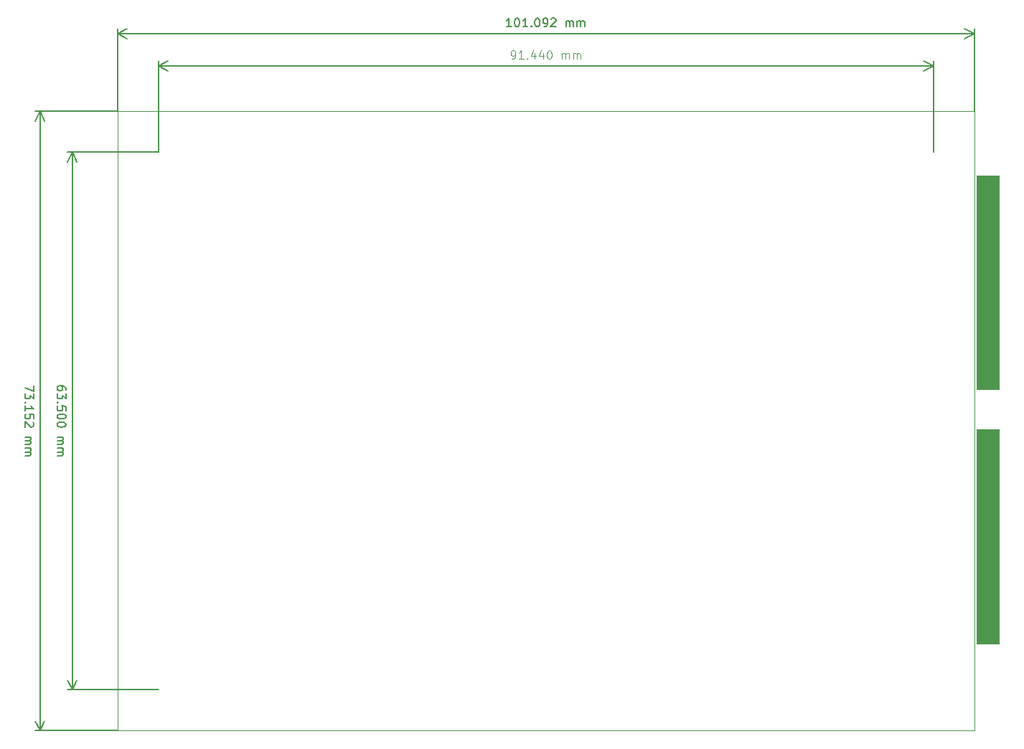
<source format=gbr>
G04 #@! TF.GenerationSoftware,KiCad,Pcbnew,5.1.2+dfsg1-1*
G04 #@! TF.CreationDate,2019-07-22T14:37:20+02:00*
G04 #@! TF.ProjectId,art_controller_3200,6172745f-636f-46e7-9472-6f6c6c65725f,A*
G04 #@! TF.SameCoordinates,Original*
G04 #@! TF.FileFunction,Drawing*
%FSLAX46Y46*%
G04 Gerber Fmt 4.6, Leading zero omitted, Abs format (unit mm)*
G04 Created by KiCad (PCBNEW 5.1.2+dfsg1-1) date 2019-07-22 14:37:20*
%MOMM*%
%LPD*%
G04 APERTURE LIST*
%ADD10C,0.150000*%
%ADD11C,0.050000*%
%ADD12C,0.100000*%
G04 APERTURE END LIST*
D10*
X140732380Y-53762380D02*
X140160952Y-53762380D01*
X140446666Y-53762380D02*
X140446666Y-52762380D01*
X140351428Y-52905238D01*
X140256190Y-53000476D01*
X140160952Y-53048095D01*
X141351428Y-52762380D02*
X141446666Y-52762380D01*
X141541904Y-52810000D01*
X141589523Y-52857619D01*
X141637142Y-52952857D01*
X141684761Y-53143333D01*
X141684761Y-53381428D01*
X141637142Y-53571904D01*
X141589523Y-53667142D01*
X141541904Y-53714761D01*
X141446666Y-53762380D01*
X141351428Y-53762380D01*
X141256190Y-53714761D01*
X141208571Y-53667142D01*
X141160952Y-53571904D01*
X141113333Y-53381428D01*
X141113333Y-53143333D01*
X141160952Y-52952857D01*
X141208571Y-52857619D01*
X141256190Y-52810000D01*
X141351428Y-52762380D01*
X142637142Y-53762380D02*
X142065714Y-53762380D01*
X142351428Y-53762380D02*
X142351428Y-52762380D01*
X142256190Y-52905238D01*
X142160952Y-53000476D01*
X142065714Y-53048095D01*
X143065714Y-53667142D02*
X143113333Y-53714761D01*
X143065714Y-53762380D01*
X143018095Y-53714761D01*
X143065714Y-53667142D01*
X143065714Y-53762380D01*
X143732380Y-52762380D02*
X143827619Y-52762380D01*
X143922857Y-52810000D01*
X143970476Y-52857619D01*
X144018095Y-52952857D01*
X144065714Y-53143333D01*
X144065714Y-53381428D01*
X144018095Y-53571904D01*
X143970476Y-53667142D01*
X143922857Y-53714761D01*
X143827619Y-53762380D01*
X143732380Y-53762380D01*
X143637142Y-53714761D01*
X143589523Y-53667142D01*
X143541904Y-53571904D01*
X143494285Y-53381428D01*
X143494285Y-53143333D01*
X143541904Y-52952857D01*
X143589523Y-52857619D01*
X143637142Y-52810000D01*
X143732380Y-52762380D01*
X144541904Y-53762380D02*
X144732380Y-53762380D01*
X144827619Y-53714761D01*
X144875238Y-53667142D01*
X144970476Y-53524285D01*
X145018095Y-53333809D01*
X145018095Y-52952857D01*
X144970476Y-52857619D01*
X144922857Y-52810000D01*
X144827619Y-52762380D01*
X144637142Y-52762380D01*
X144541904Y-52810000D01*
X144494285Y-52857619D01*
X144446666Y-52952857D01*
X144446666Y-53190952D01*
X144494285Y-53286190D01*
X144541904Y-53333809D01*
X144637142Y-53381428D01*
X144827619Y-53381428D01*
X144922857Y-53333809D01*
X144970476Y-53286190D01*
X145018095Y-53190952D01*
X145399047Y-52857619D02*
X145446666Y-52810000D01*
X145541904Y-52762380D01*
X145780000Y-52762380D01*
X145875238Y-52810000D01*
X145922857Y-52857619D01*
X145970476Y-52952857D01*
X145970476Y-53048095D01*
X145922857Y-53190952D01*
X145351428Y-53762380D01*
X145970476Y-53762380D01*
X147160952Y-53762380D02*
X147160952Y-53095714D01*
X147160952Y-53190952D02*
X147208571Y-53143333D01*
X147303809Y-53095714D01*
X147446666Y-53095714D01*
X147541904Y-53143333D01*
X147589523Y-53238571D01*
X147589523Y-53762380D01*
X147589523Y-53238571D02*
X147637142Y-53143333D01*
X147732380Y-53095714D01*
X147875238Y-53095714D01*
X147970476Y-53143333D01*
X148018095Y-53238571D01*
X148018095Y-53762380D01*
X148494285Y-53762380D02*
X148494285Y-53095714D01*
X148494285Y-53190952D02*
X148541904Y-53143333D01*
X148637142Y-53095714D01*
X148780000Y-53095714D01*
X148875238Y-53143333D01*
X148922857Y-53238571D01*
X148922857Y-53762380D01*
X148922857Y-53238571D02*
X148970476Y-53143333D01*
X149065714Y-53095714D01*
X149208571Y-53095714D01*
X149303809Y-53143333D01*
X149351428Y-53238571D01*
X149351428Y-53762380D01*
X94234000Y-54610000D02*
X195326000Y-54610000D01*
X94234000Y-63754000D02*
X94234000Y-54023579D01*
X195326000Y-63754000D02*
X195326000Y-54023579D01*
X195326000Y-54610000D02*
X194199496Y-55196421D01*
X195326000Y-54610000D02*
X194199496Y-54023579D01*
X94234000Y-54610000D02*
X95360504Y-55196421D01*
X94234000Y-54610000D02*
X95360504Y-54023579D01*
X84337620Y-96139523D02*
X84337620Y-96806190D01*
X83337620Y-96377619D01*
X84337620Y-97091904D02*
X84337620Y-97710952D01*
X83956667Y-97377619D01*
X83956667Y-97520476D01*
X83909048Y-97615714D01*
X83861429Y-97663333D01*
X83766191Y-97710952D01*
X83528096Y-97710952D01*
X83432858Y-97663333D01*
X83385239Y-97615714D01*
X83337620Y-97520476D01*
X83337620Y-97234761D01*
X83385239Y-97139523D01*
X83432858Y-97091904D01*
X83432858Y-98139523D02*
X83385239Y-98187142D01*
X83337620Y-98139523D01*
X83385239Y-98091904D01*
X83432858Y-98139523D01*
X83337620Y-98139523D01*
X83337620Y-99139523D02*
X83337620Y-98568095D01*
X83337620Y-98853809D02*
X84337620Y-98853809D01*
X84194762Y-98758571D01*
X84099524Y-98663333D01*
X84051905Y-98568095D01*
X84337620Y-100044285D02*
X84337620Y-99568095D01*
X83861429Y-99520476D01*
X83909048Y-99568095D01*
X83956667Y-99663333D01*
X83956667Y-99901428D01*
X83909048Y-99996666D01*
X83861429Y-100044285D01*
X83766191Y-100091904D01*
X83528096Y-100091904D01*
X83432858Y-100044285D01*
X83385239Y-99996666D01*
X83337620Y-99901428D01*
X83337620Y-99663333D01*
X83385239Y-99568095D01*
X83432858Y-99520476D01*
X84242381Y-100472857D02*
X84290001Y-100520476D01*
X84337620Y-100615714D01*
X84337620Y-100853809D01*
X84290001Y-100949047D01*
X84242381Y-100996666D01*
X84147143Y-101044285D01*
X84051905Y-101044285D01*
X83909048Y-100996666D01*
X83337620Y-100425238D01*
X83337620Y-101044285D01*
X83337620Y-102234761D02*
X84004286Y-102234761D01*
X83909048Y-102234761D02*
X83956667Y-102282380D01*
X84004286Y-102377619D01*
X84004286Y-102520476D01*
X83956667Y-102615714D01*
X83861429Y-102663333D01*
X83337620Y-102663333D01*
X83861429Y-102663333D02*
X83956667Y-102710952D01*
X84004286Y-102806190D01*
X84004286Y-102949047D01*
X83956667Y-103044285D01*
X83861429Y-103091904D01*
X83337620Y-103091904D01*
X83337620Y-103568095D02*
X84004286Y-103568095D01*
X83909048Y-103568095D02*
X83956667Y-103615714D01*
X84004286Y-103710952D01*
X84004286Y-103853809D01*
X83956667Y-103949047D01*
X83861429Y-103996666D01*
X83337620Y-103996666D01*
X83861429Y-103996666D02*
X83956667Y-104044285D01*
X84004286Y-104139523D01*
X84004286Y-104282380D01*
X83956667Y-104377619D01*
X83861429Y-104425238D01*
X83337620Y-104425238D01*
X85090001Y-63754000D02*
X85090001Y-136906000D01*
X94234000Y-63754000D02*
X84503580Y-63754000D01*
X94234000Y-136906000D02*
X84503580Y-136906000D01*
X85090001Y-136906000D02*
X84503580Y-135779496D01*
X85090001Y-136906000D02*
X85676422Y-135779496D01*
X85090001Y-63754000D02*
X84503580Y-64880504D01*
X85090001Y-63754000D02*
X85676422Y-64880504D01*
X88147619Y-96663333D02*
X88147619Y-96472857D01*
X88100000Y-96377619D01*
X88052380Y-96330000D01*
X87909523Y-96234761D01*
X87719047Y-96187142D01*
X87338095Y-96187142D01*
X87242857Y-96234761D01*
X87195238Y-96282380D01*
X87147619Y-96377619D01*
X87147619Y-96568095D01*
X87195238Y-96663333D01*
X87242857Y-96710952D01*
X87338095Y-96758571D01*
X87576190Y-96758571D01*
X87671428Y-96710952D01*
X87719047Y-96663333D01*
X87766666Y-96568095D01*
X87766666Y-96377619D01*
X87719047Y-96282380D01*
X87671428Y-96234761D01*
X87576190Y-96187142D01*
X88147619Y-97091904D02*
X88147619Y-97710952D01*
X87766666Y-97377619D01*
X87766666Y-97520476D01*
X87719047Y-97615714D01*
X87671428Y-97663333D01*
X87576190Y-97710952D01*
X87338095Y-97710952D01*
X87242857Y-97663333D01*
X87195238Y-97615714D01*
X87147619Y-97520476D01*
X87147619Y-97234761D01*
X87195238Y-97139523D01*
X87242857Y-97091904D01*
X87242857Y-98139523D02*
X87195238Y-98187142D01*
X87147619Y-98139523D01*
X87195238Y-98091904D01*
X87242857Y-98139523D01*
X87147619Y-98139523D01*
X88147619Y-99091904D02*
X88147619Y-98615714D01*
X87671428Y-98568095D01*
X87719047Y-98615714D01*
X87766666Y-98710952D01*
X87766666Y-98949047D01*
X87719047Y-99044285D01*
X87671428Y-99091904D01*
X87576190Y-99139523D01*
X87338095Y-99139523D01*
X87242857Y-99091904D01*
X87195238Y-99044285D01*
X87147619Y-98949047D01*
X87147619Y-98710952D01*
X87195238Y-98615714D01*
X87242857Y-98568095D01*
X88147619Y-99758571D02*
X88147619Y-99853809D01*
X88100000Y-99949047D01*
X88052380Y-99996666D01*
X87957142Y-100044285D01*
X87766666Y-100091904D01*
X87528571Y-100091904D01*
X87338095Y-100044285D01*
X87242857Y-99996666D01*
X87195238Y-99949047D01*
X87147619Y-99853809D01*
X87147619Y-99758571D01*
X87195238Y-99663333D01*
X87242857Y-99615714D01*
X87338095Y-99568095D01*
X87528571Y-99520476D01*
X87766666Y-99520476D01*
X87957142Y-99568095D01*
X88052380Y-99615714D01*
X88100000Y-99663333D01*
X88147619Y-99758571D01*
X88147619Y-100710952D02*
X88147619Y-100806190D01*
X88100000Y-100901428D01*
X88052380Y-100949047D01*
X87957142Y-100996666D01*
X87766666Y-101044285D01*
X87528571Y-101044285D01*
X87338095Y-100996666D01*
X87242857Y-100949047D01*
X87195238Y-100901428D01*
X87147619Y-100806190D01*
X87147619Y-100710952D01*
X87195238Y-100615714D01*
X87242857Y-100568095D01*
X87338095Y-100520476D01*
X87528571Y-100472857D01*
X87766666Y-100472857D01*
X87957142Y-100520476D01*
X88052380Y-100568095D01*
X88100000Y-100615714D01*
X88147619Y-100710952D01*
X87147619Y-102234761D02*
X87814285Y-102234761D01*
X87719047Y-102234761D02*
X87766666Y-102282380D01*
X87814285Y-102377619D01*
X87814285Y-102520476D01*
X87766666Y-102615714D01*
X87671428Y-102663333D01*
X87147619Y-102663333D01*
X87671428Y-102663333D02*
X87766666Y-102710952D01*
X87814285Y-102806190D01*
X87814285Y-102949047D01*
X87766666Y-103044285D01*
X87671428Y-103091904D01*
X87147619Y-103091904D01*
X87147619Y-103568095D02*
X87814285Y-103568095D01*
X87719047Y-103568095D02*
X87766666Y-103615714D01*
X87814285Y-103710952D01*
X87814285Y-103853809D01*
X87766666Y-103949047D01*
X87671428Y-103996666D01*
X87147619Y-103996666D01*
X87671428Y-103996666D02*
X87766666Y-104044285D01*
X87814285Y-104139523D01*
X87814285Y-104282380D01*
X87766666Y-104377619D01*
X87671428Y-104425238D01*
X87147619Y-104425238D01*
X88900000Y-68580000D02*
X88900000Y-132080000D01*
X99060000Y-68580000D02*
X88313579Y-68580000D01*
X99060000Y-132080000D02*
X88313579Y-132080000D01*
X88900000Y-132080000D02*
X88313579Y-130953496D01*
X88900000Y-132080000D02*
X89486421Y-130953496D01*
X88900000Y-68580000D02*
X88313579Y-69706504D01*
X88900000Y-68580000D02*
X89486421Y-69706504D01*
D11*
X195326000Y-63754000D02*
X94234000Y-63754000D01*
X140732380Y-57572380D02*
X140922857Y-57572380D01*
X141018095Y-57524761D01*
X141065714Y-57477142D01*
X141160952Y-57334285D01*
X141208571Y-57143809D01*
X141208571Y-56762857D01*
X141160952Y-56667619D01*
X141113333Y-56620000D01*
X141018095Y-56572380D01*
X140827619Y-56572380D01*
X140732380Y-56620000D01*
X140684761Y-56667619D01*
X140637142Y-56762857D01*
X140637142Y-57000952D01*
X140684761Y-57096190D01*
X140732380Y-57143809D01*
X140827619Y-57191428D01*
X141018095Y-57191428D01*
X141113333Y-57143809D01*
X141160952Y-57096190D01*
X141208571Y-57000952D01*
X142160952Y-57572380D02*
X141589523Y-57572380D01*
X141875238Y-57572380D02*
X141875238Y-56572380D01*
X141780000Y-56715238D01*
X141684761Y-56810476D01*
X141589523Y-56858095D01*
X142589523Y-57477142D02*
X142637142Y-57524761D01*
X142589523Y-57572380D01*
X142541904Y-57524761D01*
X142589523Y-57477142D01*
X142589523Y-57572380D01*
X143494285Y-56905714D02*
X143494285Y-57572380D01*
X143256190Y-56524761D02*
X143018095Y-57239047D01*
X143637142Y-57239047D01*
X144446666Y-56905714D02*
X144446666Y-57572380D01*
X144208571Y-56524761D02*
X143970476Y-57239047D01*
X144589523Y-57239047D01*
X145160952Y-56572380D02*
X145256190Y-56572380D01*
X145351428Y-56620000D01*
X145399047Y-56667619D01*
X145446666Y-56762857D01*
X145494285Y-56953333D01*
X145494285Y-57191428D01*
X145446666Y-57381904D01*
X145399047Y-57477142D01*
X145351428Y-57524761D01*
X145256190Y-57572380D01*
X145160952Y-57572380D01*
X145065714Y-57524761D01*
X145018095Y-57477142D01*
X144970476Y-57381904D01*
X144922857Y-57191428D01*
X144922857Y-56953333D01*
X144970476Y-56762857D01*
X145018095Y-56667619D01*
X145065714Y-56620000D01*
X145160952Y-56572380D01*
X146684761Y-57572380D02*
X146684761Y-56905714D01*
X146684761Y-57000952D02*
X146732380Y-56953333D01*
X146827619Y-56905714D01*
X146970476Y-56905714D01*
X147065714Y-56953333D01*
X147113333Y-57048571D01*
X147113333Y-57572380D01*
X147113333Y-57048571D02*
X147160952Y-56953333D01*
X147256190Y-56905714D01*
X147399047Y-56905714D01*
X147494285Y-56953333D01*
X147541904Y-57048571D01*
X147541904Y-57572380D01*
X148018095Y-57572380D02*
X148018095Y-56905714D01*
X148018095Y-57000952D02*
X148065714Y-56953333D01*
X148160952Y-56905714D01*
X148303809Y-56905714D01*
X148399047Y-56953333D01*
X148446666Y-57048571D01*
X148446666Y-57572380D01*
X148446666Y-57048571D02*
X148494285Y-56953333D01*
X148589523Y-56905714D01*
X148732380Y-56905714D01*
X148827619Y-56953333D01*
X148875238Y-57048571D01*
X148875238Y-57572380D01*
D10*
X99060000Y-58420000D02*
X190500000Y-58420000D01*
X99060000Y-68580000D02*
X99060000Y-57833579D01*
X190500000Y-68580000D02*
X190500000Y-57833579D01*
X190500000Y-58420000D02*
X189373496Y-59006421D01*
X190500000Y-58420000D02*
X189373496Y-57833579D01*
X99060000Y-58420000D02*
X100186504Y-59006421D01*
X99060000Y-58420000D02*
X100186504Y-57833579D01*
D11*
X94234000Y-136906000D02*
X94234000Y-63754000D01*
X195326000Y-136906000D02*
X94234000Y-136906000D01*
X195326000Y-63754000D02*
X195326000Y-136906000D01*
D12*
G36*
X195580000Y-71320000D02*
G01*
X195580000Y-96620000D01*
X198280000Y-96620000D01*
X198280000Y-71320000D01*
X195580000Y-71320000D01*
G37*
X195580000Y-71320000D02*
X195580000Y-96620000D01*
X198280000Y-96620000D01*
X198280000Y-71320000D01*
X195580000Y-71320000D01*
G36*
X195580000Y-101320000D02*
G01*
X195580000Y-126620000D01*
X198280000Y-126620000D01*
X198280000Y-101320000D01*
X195580000Y-101320000D01*
G37*
X195580000Y-101320000D02*
X195580000Y-126620000D01*
X198280000Y-126620000D01*
X198280000Y-101320000D01*
X195580000Y-101320000D01*
M02*

</source>
